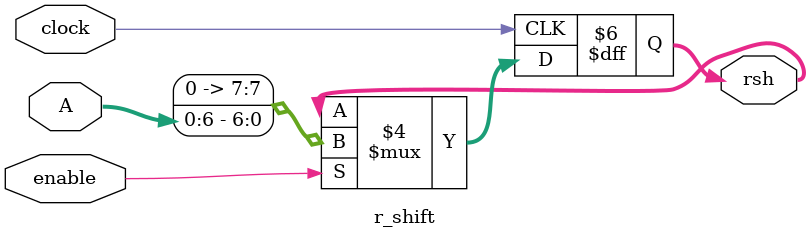
<source format=v>
module r_shift #(
    parameter inputsize = 8
)(A, enable, clock, rsh);

input clock;
input [0:inputsize - 1] A;
input enable;
output reg [0:inputsize - 1] rsh;

always @ (posedge clock) begin

    if (enable) begin
        rsh = A;        //still have issues when deciding if using sinchronous or
        rsh = rsh >> 1; //asinchronous statements
    end

end

endmodule
</source>
